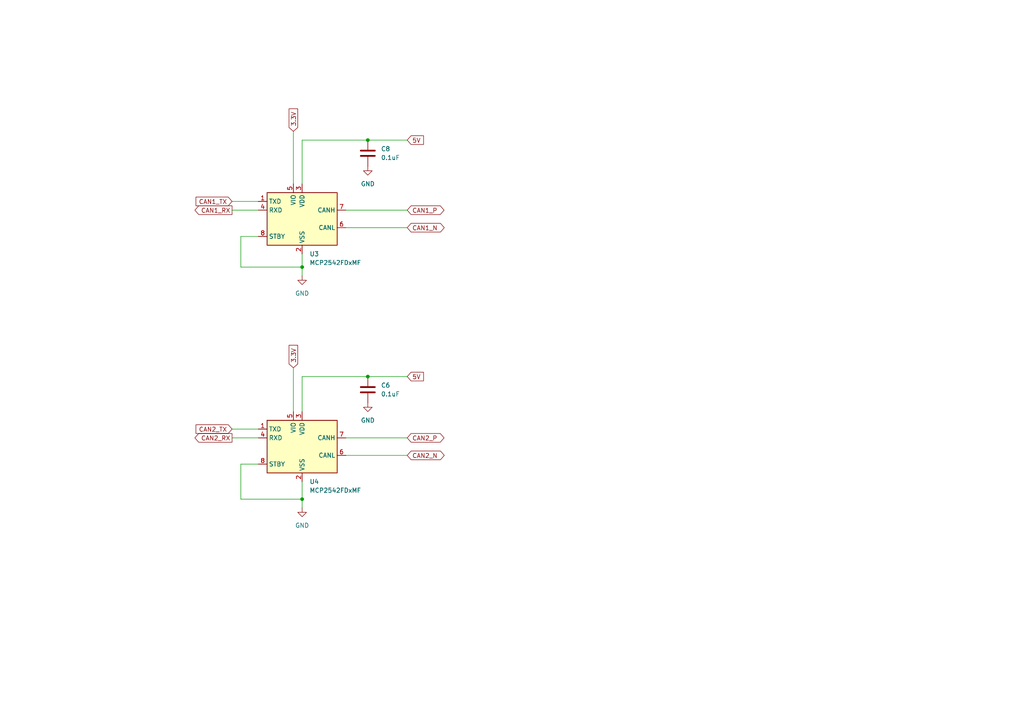
<source format=kicad_sch>
(kicad_sch (version 20250114) (generator "eeschema") (generator_version "9.0")
  (paper "A4")
  (title_block (title "CAN Transceiver") (date "2025-09-17") (comment 1 "Copyright 2025 Karl Yamashita"))
  (lib_symbols
    (symbol "Device:C" (pin_numbers (hide yes)) (pin_names (offset 0.254))
      (property "Reference" "C" (at 0.635 2.54 0))
      (property "Value" "C" (at 0.635 -2.54 0))
      (symbol "C_0_1"
        (polyline (pts (xy -2.032 0.762) (xy 2.032 0.762)) (stroke (width 0.508)))
        (polyline (pts (xy -2.032 -0.762) (xy 2.032 -0.762)) (stroke (width 0.508)))
      )
      (symbol "C_1_1"
        (pin passive line (at 0 3.81 270) (length 2.794) (name "~") (number "1"))
        (pin passive line (at 0 -3.81 90) (length 2.794) (name "~") (number "2"))
      )
    )
    (symbol "Interface_CAN_LIN:MCP2542FDxMF"
      (property "Reference" "U" (at -10.16 8.89 0))
      (property "Value" "MCP2542FDxMF" (at 2.54 8.89 0))
      (symbol "MCP2542FDxMF_0_1"
        (rectangle (start -10.16 7.62) (end 10.16 -7.62) (stroke (width 0.254)) (fill (type background)))
      )
      (symbol "MCP2542FDxMF_1_1"
        (pin input line (at -12.7 5.08 0) (length 2.54) (name "TXD") (number "1"))
        (pin output line (at -12.7 2.54 0) (length 2.54) (name "RXD") (number "4"))
        (pin input line (at -12.7 -5.08 0) (length 2.54) (name "STBY") (number "8"))
        (pin power_in line (at -2.54 10.16 270) (length 2.54) (name "VIO") (number "5"))
        (pin power_in line (at 0 10.16 270) (length 2.54) (name "VDD") (number "3"))
        (pin power_in line (at 0 -10.16 90) (length 2.54) (name "VSS") (number "2"))
        (pin passive line (at 0 -10.16 90) (length 2.54) (hide yes) (name "VSS") (number "9"))
        (pin bidirectional line (at 12.7 2.54 180) (length 2.54) (name "CANH") (number "7"))
        (pin bidirectional line (at 12.7 -2.54 180) (length 2.54) (name "CANL") (number "6"))
      )
    )
    (symbol "power:GND" (power) (pin_numbers (hide yes)) (pin_names (offset 0) (hide yes))
      (property "Value" "GND" (at 0 -3.81 0))
      (symbol "GND_0_1"
        (polyline (pts (xy 0 0) (xy 0 -1.27) (xy 1.27 -1.27) (xy 0 -2.54) (xy -1.27 -1.27) (xy 0 -1.27)))
      )
      (symbol "GND_1_1"
        (pin power_in line (at 0 0 270) (length 0) (name "~") (number "1"))
      )
    )
  )
  (junction (at 87.63 77.47))
  (junction (at 106.68 109.22))
  (junction (at 87.63 144.78))
  (junction (at 106.68 40.64))
  (wire (pts (xy 67.31 58.42) (xy 74.93 58.42)))
  (wire (pts (xy 69.85 77.47) (xy 87.63 77.47)))
  (wire (pts (xy 69.85 134.62) (xy 69.85 144.78)))
  (wire (pts (xy 87.63 109.22) (xy 106.68 109.22)))
  (wire (pts (xy 87.63 40.64) (xy 106.68 40.64)))
  (wire (pts (xy 106.68 40.64) (xy 118.11 40.64)))
  (wire (pts (xy 67.31 60.96) (xy 74.93 60.96)))
  (wire (pts (xy 87.63 144.78) (xy 87.63 147.32)))
  (wire (pts (xy 67.31 124.46) (xy 74.93 124.46)))
  (wire (pts (xy 74.93 68.58) (xy 69.85 68.58)))
  (wire (pts (xy 85.09 106.68) (xy 85.09 119.38)))
  (wire (pts (xy 87.63 77.47) (xy 87.63 80.01)))
  (wire (pts (xy 100.33 66.04) (xy 118.11 66.04)))
  (wire (pts (xy 100.33 60.96) (xy 118.11 60.96)))
  (wire (pts (xy 87.63 73.66) (xy 87.63 77.47)))
  (wire (pts (xy 67.31 127) (xy 74.93 127)))
  (wire (pts (xy 106.68 109.22) (xy 118.11 109.22)))
  (wire (pts (xy 85.09 38.1) (xy 85.09 53.34)))
  (wire (pts (xy 87.63 53.34) (xy 87.63 40.64)))
  (wire (pts (xy 87.63 119.38) (xy 87.63 109.22)))
  (wire (pts (xy 87.63 139.7) (xy 87.63 144.78)))
  (wire (pts (xy 100.33 127) (xy 118.11 127)))
  (wire (pts (xy 69.85 144.78) (xy 87.63 144.78)))
  (wire (pts (xy 100.33 132.08) (xy 118.11 132.08)))
  (wire (pts (xy 69.85 68.58) (xy 69.85 77.47)))
  (wire (pts (xy 74.93 134.62) (xy 69.85 134.62)))
  (global_label "CAN1_TX" (shape input) (at 67.31 58.42 180) (property "Intersheetrefs" "${INTERSHEET_REFS}" (effects (hide yes))))
  (global_label "3.3V" (shape input) (at 85.09 106.68 90) (property "Intersheetrefs" "${INTERSHEET_REFS}" (effects (hide yes))))
  (global_label "CAN2_RX" (shape output) (at 67.31 127 180) (property "Intersheetrefs" "${INTERSHEET_REFS}" (effects (hide yes))))
  (global_label "CAN2_N" (shape bidirectional) (at 118.11 132.08 0) (property "Intersheetrefs" "${INTERSHEET_REFS}" (effects (hide yes))))
  (global_label "CAN1_P" (shape bidirectional) (at 118.11 60.96 0) (property "Intersheetrefs" "${INTERSHEET_REFS}" (effects (hide yes))))
  (global_label "3.3V" (shape input) (at 85.09 38.1 90) (property "Intersheetrefs" "${INTERSHEET_REFS}" (effects (hide yes))))
  (global_label "CAN1_RX" (shape output) (at 67.31 60.96 180) (property "Intersheetrefs" "${INTERSHEET_REFS}" (effects (hide yes))))
  (global_label "CAN1_N" (shape bidirectional) (at 118.11 66.04 0) (property "Intersheetrefs" "${INTERSHEET_REFS}" (effects (hide yes))))
  (global_label "CAN2_TX" (shape input) (at 67.31 124.46 180) (property "Intersheetrefs" "${INTERSHEET_REFS}" (effects (hide yes))))
  (global_label "5V" (shape input) (at 118.11 109.22 0) (property "Intersheetrefs" "${INTERSHEET_REFS}" (effects (hide yes))))
  (global_label "CAN2_P" (shape bidirectional) (at 118.11 127 0) (property "Intersheetrefs" "${INTERSHEET_REFS}" (effects (hide yes))))
  (global_label "5V" (shape input) (at 118.11 40.64 0) (property "Intersheetrefs" "${INTERSHEET_REFS}" (effects (hide yes))))
  (symbol (lib_id "Device:C") (at 106.68 113.03 0) (unit 1)
    (property "Reference" "C6" (at 110.49 111.7599 0) (effects (justify left)))
    (property "Value" "0.1uF" (at 110.49 114.2999 0) (effects (justify left)))
    (property "Footprint" "Capacitor_SMD:C_0603_1608Metric" (effects (hide yes)))
    (property "Description" "Unpolarized capacitor" (effects (hide yes)))
    (property "Mouser" "603-C0603ZRY5V9BB104" (effects (hide yes)))
  )
  (symbol (lib_id "power:GND") (at 106.68 48.26 0) (unit 1)
    (property "Reference" "#PWR010" (effects (hide yes)))
    (property "Value" "GND" (at 106.68 53.34 0))
    (property "Description" "Power symbol creates a global label with name \"GND\" , ground" (effects (hide yes)))
  )
  (symbol (lib_id "power:GND") (at 87.63 147.32 0) (unit 1)
    (property "Reference" "#PWR08" (effects (hide yes)))
    (property "Value" "GND" (at 87.63 152.4 0))
    (property "Description" "Power symbol creates a global label with name \"GND\" , ground" (effects (hide yes)))
  )
  (symbol (lib_id "Device:C") (at 106.68 44.45 0) (unit 1)
    (property "Reference" "C8" (at 110.49 43.1799 0) (effects (justify left)))
    (property "Value" "0.1uF" (at 110.49 45.7199 0) (effects (justify left)))
    (property "Footprint" "Capacitor_SMD:C_0603_1608Metric" (effects (hide yes)))
    (property "Description" "Unpolarized capacitor" (effects (hide yes)))
    (property "Mouser" "603-C0603ZRY5V9BB104" (effects (hide yes)))
  )
  (symbol (lib_id "Interface_CAN_LIN:MCP2542FDxMF") (at 87.63 129.54 0) (unit 1)
    (property "Reference" "U4" (at 89.7733 139.7 0) (effects (justify left)))
    (property "Value" "MCP2542FDxMF" (at 89.7733 142.24 0) (effects (justify left)))
    (property "Footprint" "Package_SO:SOIC-8-1EP_3.9x4.9mm_P1.27mm_EP2.29x3mm" (effects (hide yes)))
    (property "Datasheet" "http://ww1.microchip.com/downloads/en/DeviceDoc/MCP2542FD-4FD-MCP2542WFD-4WFD-Data-Sheet20005514B.pdf" (effects (hide yes)))
    (property "Description" "CAN-FD Transceiver, Wake-Up on CAN activity, 8Mbps, 5V supply, STBY pin, 3x3 DFN-8" (effects (hide yes)))
    (property "Mouser" "579-MCP2542FD-E/SN" (effects (hide yes)))
  )
  (symbol (lib_id "Interface_CAN_LIN:MCP2542FDxMF") (at 87.63 63.5 0) (unit 1)
    (property "Reference" "U3" (at 89.7733 73.66 0) (effects (justify left)))
    (property "Value" "MCP2542FDxMF" (at 89.7733 76.2 0) (effects (justify left)))
    (property "Footprint" "Package_SO:SOIC-8-1EP_3.9x4.9mm_P1.27mm_EP2.29x3mm" (effects (hide yes)))
    (property "Datasheet" "http://ww1.microchip.com/downloads/en/DeviceDoc/MCP2542FD-4FD-MCP2542WFD-4WFD-Data-Sheet20005514B.pdf" (effects (hide yes)))
    (property "Description" "CAN-FD Transceiver, Wake-Up on CAN activity, 8Mbps, 5V supply, STBY pin, 3x3 DFN-8" (effects (hide yes)))
    (property "Mouser" "579-MCP2542FD-E/SN" (effects (hide yes)))
  )
  (symbol (lib_id "power:GND") (at 87.63 80.01 0) (unit 1)
    (property "Reference" "#PWR07" (effects (hide yes)))
    (property "Value" "GND" (at 87.63 85.09 0))
    (property "Description" "Power symbol creates a global label with name \"GND\" , ground" (effects (hide yes)))
  )
  (symbol (lib_id "power:GND") (at 106.68 116.84 0) (unit 1)
    (property "Reference" "#PWR02" (effects (hide yes)))
    (property "Value" "GND" (at 106.68 121.92 0))
    (property "Description" "Power symbol creates a global label with name \"GND\" , ground" (effects (hide yes)))
  )
)
</source>
